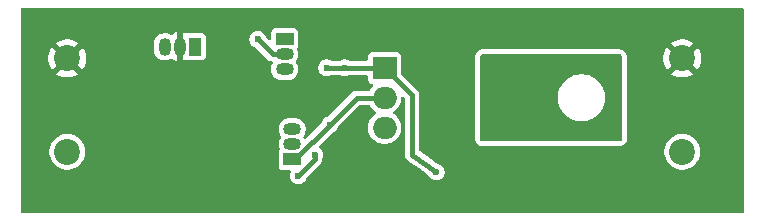
<source format=gbr>
%TF.GenerationSoftware,KiCad,Pcbnew,9.0.6*%
%TF.CreationDate,2025-11-17T11:05:33-05:00*%
%TF.ProjectId,vldo,766c646f-2e6b-4696-9361-645f70636258,0.1*%
%TF.SameCoordinates,Original*%
%TF.FileFunction,Copper,L2,Bot*%
%TF.FilePolarity,Positive*%
%FSLAX46Y46*%
G04 Gerber Fmt 4.6, Leading zero omitted, Abs format (unit mm)*
G04 Created by KiCad (PCBNEW 9.0.6) date 2025-11-17 11:05:33*
%MOMM*%
%LPD*%
G01*
G04 APERTURE LIST*
%TA.AperFunction,ComponentPad*%
%ADD10C,2.200000*%
%TD*%
%TA.AperFunction,ComponentPad*%
%ADD11R,2.000000X1.905000*%
%TD*%
%TA.AperFunction,ComponentPad*%
%ADD12O,2.000000X1.905000*%
%TD*%
%TA.AperFunction,ComponentPad*%
%ADD13R,1.050000X1.500000*%
%TD*%
%TA.AperFunction,ComponentPad*%
%ADD14O,1.050000X1.500000*%
%TD*%
%TA.AperFunction,ComponentPad*%
%ADD15R,1.500000X1.050000*%
%TD*%
%TA.AperFunction,ComponentPad*%
%ADD16O,1.500000X1.050000*%
%TD*%
%TA.AperFunction,ViaPad*%
%ADD17C,0.600000*%
%TD*%
%TA.AperFunction,Conductor*%
%ADD18C,0.406400*%
%TD*%
G04 APERTURE END LIST*
D10*
%TO.P,J2,2,Pin_2*%
%TO.N,0*%
X163830000Y-73380000D03*
%TO.P,J2,1,Pin_1*%
%TO.N,/Vout*%
X163830000Y-81280000D03*
%TD*%
%TO.P,J1,1,Pin_1*%
%TO.N,Vin*%
X111760000Y-81280000D03*
%TO.P,J1,2,Pin_2*%
%TO.N,0*%
X111760000Y-73380000D03*
%TD*%
D11*
%TO.P,M2,1,G*%
%TO.N,/M1G*%
X138634746Y-74168000D03*
D12*
%TO.P,M2,2,D*%
%TO.N,/Vout*%
X138634746Y-76708000D03*
%TO.P,M2,3,S*%
%TO.N,Vin*%
X138634746Y-79248000D03*
%TD*%
D13*
%TO.P,U4,1,VO*%
%TO.N,Vldo*%
X122555000Y-72390000D03*
D14*
%TO.P,U4,2,GND*%
%TO.N,0*%
X121285000Y-72390000D03*
%TO.P,U4,3,VI*%
%TO.N,Vin*%
X120015000Y-72390000D03*
%TD*%
D15*
%TO.P,Q1,1,C*%
%TO.N,/M1G*%
X130175000Y-71755000D03*
D16*
%TO.P,Q1,2,B*%
%TO.N,Vldo*%
X130175000Y-73025000D03*
%TO.P,Q1,3,E*%
%TO.N,/Q12E*%
X130175000Y-74295000D03*
%TD*%
D15*
%TO.P,Q2,1,C*%
%TO.N,/Vout*%
X130810000Y-81915000D03*
D16*
%TO.P,Q2,2,B*%
%TO.N,/Q2B*%
X130810000Y-80645000D03*
%TO.P,Q2,3,E*%
%TO.N,/Q12E*%
X130810000Y-79375000D03*
%TD*%
D17*
%TO.N,/M1G*%
X143002000Y-82997000D03*
%TO.N,Vldo*%
X127889000Y-71755000D03*
%TO.N,0*%
X128397000Y-73914000D03*
X154305000Y-69469000D03*
X110490000Y-69469000D03*
X160020000Y-69469000D03*
X144780000Y-69469000D03*
X126746000Y-78613000D03*
X126111000Y-74803000D03*
X118110000Y-69469000D03*
X135255000Y-69469000D03*
X140970000Y-69469000D03*
X123825000Y-69469000D03*
X167640000Y-69469000D03*
X121920000Y-69469000D03*
X131445000Y-69469000D03*
X131699000Y-73914000D03*
X116205000Y-69469000D03*
X121793000Y-79248000D03*
X124206000Y-74803000D03*
X108585000Y-69469000D03*
X134874000Y-79502000D03*
X165735000Y-69469000D03*
X164465000Y-76200000D03*
X167640000Y-71120000D03*
X148590000Y-69469000D03*
X129540000Y-69469000D03*
X156210000Y-69469000D03*
X152400000Y-69469000D03*
X162560000Y-76200000D03*
X167640000Y-74930000D03*
X160655000Y-76200000D03*
X108585000Y-76200000D03*
X161925000Y-69469000D03*
X166370000Y-76200000D03*
X150495000Y-69469000D03*
X146685000Y-69469000D03*
X132969000Y-78359000D03*
X112395000Y-69469000D03*
X112395000Y-76200000D03*
X121793000Y-75438000D03*
X114300000Y-76200000D03*
X125730000Y-69469000D03*
X120015000Y-69469000D03*
X126746000Y-76708000D03*
X137160000Y-69469000D03*
X133350000Y-69469000D03*
X114300000Y-69469000D03*
X110490000Y-76200000D03*
X127635000Y-69469000D03*
X139065000Y-69469000D03*
X163830000Y-69469000D03*
X167640000Y-73025000D03*
X116205000Y-76200000D03*
X131953000Y-78359000D03*
X116205000Y-78105000D03*
X122428000Y-83312000D03*
X158115000Y-69469000D03*
X142875000Y-69469000D03*
%TO.N,/Q2B*%
X131318000Y-83312000D03*
X132715000Y-81534000D03*
%TO.N,/Vout*%
X147955000Y-77470000D03*
X150495000Y-76200000D03*
X147955000Y-78740000D03*
X149225000Y-76200000D03*
X151765000Y-78740000D03*
X147955000Y-74930000D03*
X151765000Y-76200000D03*
X151765000Y-77470000D03*
X149225000Y-74930000D03*
X149225000Y-78740000D03*
X133992544Y-79001544D03*
X150495000Y-74930000D03*
X149225000Y-77470000D03*
X150495000Y-78740000D03*
X150495000Y-77470000D03*
X147955000Y-76200000D03*
X151765000Y-74930000D03*
%TO.N,/M1G*%
X135255000Y-74168000D03*
X133731000Y-74168000D03*
%TD*%
D18*
%TO.N,/M1G*%
X140970000Y-76503254D02*
X138634746Y-74168000D01*
X140970000Y-81534000D02*
X140970000Y-76503254D01*
X143002000Y-82997000D02*
X140970000Y-81534000D01*
%TO.N,Vldo*%
X129159000Y-73025000D02*
X130175000Y-73025000D01*
X127889000Y-71755000D02*
X129159000Y-73025000D01*
%TO.N,/Q2B*%
X132715000Y-81915000D02*
X131318000Y-83312000D01*
X132715000Y-81534000D02*
X132715000Y-81915000D01*
%TO.N,/Vout*%
X130810000Y-81915000D02*
X131079087Y-81915000D01*
X136286087Y-76708000D02*
X138634746Y-76708000D01*
X131079087Y-81915000D02*
X133992544Y-79001544D01*
X133992544Y-79001544D02*
X136286087Y-76708000D01*
%TO.N,/M1G*%
X138634746Y-74168000D02*
X135255000Y-74168000D01*
X135255000Y-74168000D02*
X133731000Y-74168000D01*
%TD*%
%TA.AperFunction,Conductor*%
%TO.N,0*%
G36*
X168986621Y-69100502D02*
G01*
X169033114Y-69154158D01*
X169044500Y-69206500D01*
X169044500Y-86368500D01*
X169024498Y-86436621D01*
X168970842Y-86483114D01*
X168918500Y-86494500D01*
X107941500Y-86494500D01*
X107873379Y-86474498D01*
X107826886Y-86420842D01*
X107815500Y-86368500D01*
X107815500Y-81161404D01*
X110253100Y-81161404D01*
X110253100Y-81398596D01*
X110285574Y-81603627D01*
X110290206Y-81632872D01*
X110351807Y-81822459D01*
X110363501Y-81858449D01*
X110471183Y-82069788D01*
X110471185Y-82069791D01*
X110610602Y-82261682D01*
X110778317Y-82429397D01*
X110778320Y-82429399D01*
X110970212Y-82568817D01*
X111181551Y-82676499D01*
X111407133Y-82749795D01*
X111641404Y-82786900D01*
X111641407Y-82786900D01*
X111878593Y-82786900D01*
X111878596Y-82786900D01*
X112112867Y-82749795D01*
X112338449Y-82676499D01*
X112549788Y-82568817D01*
X112741680Y-82429399D01*
X112909399Y-82261680D01*
X113048817Y-82069788D01*
X113156499Y-81858449D01*
X113229795Y-81632867D01*
X113266900Y-81398596D01*
X113266900Y-81161404D01*
X113229795Y-80927133D01*
X113156499Y-80701551D01*
X113048817Y-80490212D01*
X112991020Y-80410661D01*
X112909397Y-80298317D01*
X112741682Y-80130602D01*
X112549791Y-79991185D01*
X112549790Y-79991184D01*
X112549788Y-79991183D01*
X112338449Y-79883501D01*
X112338446Y-79883500D01*
X112338444Y-79883499D01*
X112112872Y-79810206D01*
X112112868Y-79810205D01*
X112112867Y-79810205D01*
X111878596Y-79773100D01*
X111641404Y-79773100D01*
X111407133Y-79810205D01*
X111407127Y-79810206D01*
X111181555Y-79883499D01*
X111181549Y-79883502D01*
X110970208Y-79991185D01*
X110778317Y-80130602D01*
X110610602Y-80298317D01*
X110471185Y-80490208D01*
X110363502Y-80701549D01*
X110363499Y-80701555D01*
X110290206Y-80927127D01*
X110290205Y-80927132D01*
X110290205Y-80927133D01*
X110253100Y-81161404D01*
X107815500Y-81161404D01*
X107815500Y-79283213D01*
X129653100Y-79283213D01*
X129653100Y-79466786D01*
X129688912Y-79646825D01*
X129759161Y-79816420D01*
X129803982Y-79883499D01*
X129841733Y-79939998D01*
X129862948Y-80007751D01*
X129844165Y-80076218D01*
X129841737Y-80079995D01*
X129777669Y-80175881D01*
X129759161Y-80203580D01*
X129688914Y-80373169D01*
X129688912Y-80373174D01*
X129653100Y-80553213D01*
X129653100Y-80736786D01*
X129688912Y-80916825D01*
X129688914Y-80916830D01*
X129736579Y-81031903D01*
X129744168Y-81102492D01*
X129729055Y-81137916D01*
X129731210Y-81139014D01*
X129726708Y-81147848D01*
X129726708Y-81147849D01*
X129668191Y-81262694D01*
X129653100Y-81357976D01*
X129653100Y-82472024D01*
X129668191Y-82567306D01*
X129668961Y-82568817D01*
X129726707Y-82682151D01*
X129817848Y-82773292D01*
X129844556Y-82786900D01*
X129932694Y-82831809D01*
X130027976Y-82846900D01*
X130556936Y-82846900D01*
X130625057Y-82866902D01*
X130671550Y-82920558D01*
X130681654Y-82990832D01*
X130673344Y-83021119D01*
X130638269Y-83105793D01*
X130638266Y-83105803D01*
X130611100Y-83242372D01*
X130611100Y-83381627D01*
X130637128Y-83512476D01*
X130638266Y-83518195D01*
X130691554Y-83646843D01*
X130768915Y-83762622D01*
X130867378Y-83861085D01*
X130983157Y-83938446D01*
X131111805Y-83991734D01*
X131248376Y-84018900D01*
X131387624Y-84018900D01*
X131524195Y-83991734D01*
X131652843Y-83938446D01*
X131768622Y-83861085D01*
X131867085Y-83762622D01*
X131944446Y-83646843D01*
X131997734Y-83518195D01*
X131997735Y-83518191D01*
X131998639Y-83515213D01*
X131999708Y-83513429D01*
X132000103Y-83512476D01*
X132000244Y-83512534D01*
X132030115Y-83462695D01*
X133188896Y-82303916D01*
X133255664Y-82203991D01*
X133301654Y-82092960D01*
X133325100Y-81975090D01*
X133325100Y-81930986D01*
X133339218Y-81874619D01*
X133339077Y-81874561D01*
X133339472Y-81873606D01*
X133339977Y-81871592D01*
X133341442Y-81868849D01*
X133341442Y-81868848D01*
X133341446Y-81868843D01*
X133394734Y-81740195D01*
X133421900Y-81603624D01*
X133421900Y-81464376D01*
X133394734Y-81327805D01*
X133341446Y-81199157D01*
X133264085Y-81083378D01*
X133165622Y-80984915D01*
X133165620Y-80984913D01*
X133165617Y-80984911D01*
X133117254Y-80952596D01*
X133071726Y-80898119D01*
X133062879Y-80827675D01*
X133093520Y-80763632D01*
X133098140Y-80758757D01*
X134143237Y-79713661D01*
X134193078Y-79683788D01*
X134193020Y-79683647D01*
X134193973Y-79683252D01*
X134195757Y-79682183D01*
X134198735Y-79681279D01*
X134198735Y-79681278D01*
X134198739Y-79681278D01*
X134327387Y-79627990D01*
X134443166Y-79550629D01*
X134541629Y-79452166D01*
X134618990Y-79336387D01*
X134672278Y-79207739D01*
X134672279Y-79207735D01*
X134673183Y-79204757D01*
X134674252Y-79202973D01*
X134674647Y-79202020D01*
X134674788Y-79202078D01*
X134704661Y-79152237D01*
X136501894Y-77355005D01*
X136564206Y-77320979D01*
X136590989Y-77318100D01*
X137295203Y-77318100D01*
X137363324Y-77338102D01*
X137407469Y-77386896D01*
X137424582Y-77420481D01*
X137550353Y-77593590D01*
X137550355Y-77593592D01*
X137550357Y-77593595D01*
X137701650Y-77744888D01*
X137701653Y-77744890D01*
X137701656Y-77744893D01*
X137844285Y-77848519D01*
X137878770Y-77873574D01*
X137878127Y-77874458D01*
X137922240Y-77923219D01*
X137933844Y-77993261D01*
X137905739Y-78058457D01*
X137878502Y-78082057D01*
X137878770Y-78082426D01*
X137701653Y-78211109D01*
X137701650Y-78211111D01*
X137550357Y-78362404D01*
X137550355Y-78362407D01*
X137424584Y-78535515D01*
X137327441Y-78726169D01*
X137327440Y-78726171D01*
X137261318Y-78929670D01*
X137261318Y-78929673D01*
X137227846Y-79141013D01*
X137227846Y-79354987D01*
X137243237Y-79452166D01*
X137261318Y-79566329D01*
X137300533Y-79687018D01*
X137327440Y-79769829D01*
X137424582Y-79960481D01*
X137550353Y-80133590D01*
X137550355Y-80133592D01*
X137550357Y-80133595D01*
X137701650Y-80284888D01*
X137701653Y-80284890D01*
X137701656Y-80284893D01*
X137874765Y-80410664D01*
X138065417Y-80507806D01*
X138268919Y-80573928D01*
X138480259Y-80607400D01*
X138480261Y-80607400D01*
X138789231Y-80607400D01*
X138789233Y-80607400D01*
X139000573Y-80573928D01*
X139204075Y-80507806D01*
X139394727Y-80410664D01*
X139567836Y-80284893D01*
X139719139Y-80133590D01*
X139844910Y-79960481D01*
X139942052Y-79769829D01*
X140008174Y-79566327D01*
X140041646Y-79354987D01*
X140041646Y-79141013D01*
X140008174Y-78929673D01*
X139942052Y-78726171D01*
X139844910Y-78535519D01*
X139719139Y-78362410D01*
X139719136Y-78362407D01*
X139719134Y-78362404D01*
X139567841Y-78211111D01*
X139567838Y-78211109D01*
X139567836Y-78211107D01*
X139394727Y-78085336D01*
X139390722Y-78082426D01*
X139391365Y-78081540D01*
X139347257Y-78032794D01*
X139335645Y-77962753D01*
X139363743Y-77897553D01*
X139390990Y-77873943D01*
X139390722Y-77873574D01*
X139410850Y-77858949D01*
X139567836Y-77744893D01*
X139719139Y-77593590D01*
X139844910Y-77420481D01*
X139942052Y-77229829D01*
X140008174Y-77026327D01*
X140041646Y-76814987D01*
X140041646Y-76741902D01*
X140047984Y-76720314D01*
X140049590Y-76697870D01*
X140057791Y-76686913D01*
X140061648Y-76673781D01*
X140078653Y-76659045D01*
X140092137Y-76641034D01*
X140104959Y-76636251D01*
X140115304Y-76627288D01*
X140137576Y-76624085D01*
X140158657Y-76616223D01*
X140172029Y-76619131D01*
X140185578Y-76617184D01*
X140206044Y-76626531D01*
X140228031Y-76631314D01*
X140246044Y-76644799D01*
X140250158Y-76646678D01*
X140256741Y-76652807D01*
X140322995Y-76719061D01*
X140357021Y-76781373D01*
X140359900Y-76808156D01*
X140359900Y-81521120D01*
X140359823Y-81525523D01*
X140358172Y-81572727D01*
X140359900Y-81583340D01*
X140359900Y-81594090D01*
X140369540Y-81642559D01*
X140369897Y-81644747D01*
X140369896Y-81644748D01*
X140377482Y-81691337D01*
X140377487Y-81691358D01*
X140377680Y-81691872D01*
X140381248Y-81701419D01*
X140383346Y-81711960D01*
X140402246Y-81757592D01*
X140403018Y-81759655D01*
X140403026Y-81759674D01*
X140419565Y-81803916D01*
X140419866Y-81804403D01*
X140429115Y-81822459D01*
X140429334Y-81822989D01*
X140429336Y-81822992D01*
X140455579Y-81862268D01*
X140455580Y-81862268D01*
X140456795Y-81864087D01*
X140482799Y-81906113D01*
X140490130Y-81913975D01*
X140496104Y-81922916D01*
X140531063Y-81957875D01*
X140564757Y-81994011D01*
X140573477Y-82000289D01*
X140580685Y-82007497D01*
X140580686Y-82007499D01*
X140581078Y-82007891D01*
X140581083Y-82007895D01*
X140620388Y-82034159D01*
X140624005Y-82036669D01*
X141520532Y-82682151D01*
X141861130Y-82927375D01*
X142326353Y-83262326D01*
X142369140Y-83316361D01*
X142375549Y-83331835D01*
X142375553Y-83331841D01*
X142375554Y-83331843D01*
X142452915Y-83447622D01*
X142551378Y-83546085D01*
X142667157Y-83623446D01*
X142795805Y-83676734D01*
X142932376Y-83703900D01*
X143071624Y-83703900D01*
X143208195Y-83676734D01*
X143336843Y-83623446D01*
X143452622Y-83546085D01*
X143551085Y-83447622D01*
X143628446Y-83331843D01*
X143681734Y-83203195D01*
X143708900Y-83066624D01*
X143708900Y-82927376D01*
X143681734Y-82790805D01*
X143628446Y-82662157D01*
X143551085Y-82546378D01*
X143452622Y-82447915D01*
X143336843Y-82370554D01*
X143208196Y-82317266D01*
X143088382Y-82293433D01*
X143039343Y-82272108D01*
X143024859Y-82261680D01*
X142565550Y-81930986D01*
X141632479Y-81259192D01*
X141628895Y-81254585D01*
X141623588Y-81252162D01*
X141607866Y-81227699D01*
X141591486Y-81208795D01*
X141590793Y-81205613D01*
X141588883Y-81203157D01*
X141587534Y-81196062D01*
X141585204Y-81192436D01*
X141580742Y-81161404D01*
X162323100Y-81161404D01*
X162323100Y-81398596D01*
X162355574Y-81603627D01*
X162360206Y-81632872D01*
X162421807Y-81822459D01*
X162433501Y-81858449D01*
X162541183Y-82069788D01*
X162541185Y-82069791D01*
X162680602Y-82261682D01*
X162848317Y-82429397D01*
X162848320Y-82429399D01*
X163040212Y-82568817D01*
X163251551Y-82676499D01*
X163477133Y-82749795D01*
X163711404Y-82786900D01*
X163711407Y-82786900D01*
X163948593Y-82786900D01*
X163948596Y-82786900D01*
X164182867Y-82749795D01*
X164408449Y-82676499D01*
X164619788Y-82568817D01*
X164811680Y-82429399D01*
X164979399Y-82261680D01*
X165118817Y-82069788D01*
X165226499Y-81858449D01*
X165299795Y-81632867D01*
X165336900Y-81398596D01*
X165336900Y-81161404D01*
X165299795Y-80927133D01*
X165226499Y-80701551D01*
X165118817Y-80490212D01*
X165061020Y-80410661D01*
X164979397Y-80298317D01*
X164811682Y-80130602D01*
X164619791Y-79991185D01*
X164619790Y-79991184D01*
X164619788Y-79991183D01*
X164408449Y-79883501D01*
X164408446Y-79883500D01*
X164408444Y-79883499D01*
X164182872Y-79810206D01*
X164182868Y-79810205D01*
X164182867Y-79810205D01*
X163948596Y-79773100D01*
X163711404Y-79773100D01*
X163477133Y-79810205D01*
X163477127Y-79810206D01*
X163251555Y-79883499D01*
X163251549Y-79883502D01*
X163040208Y-79991185D01*
X162848317Y-80130602D01*
X162680602Y-80298317D01*
X162541185Y-80490208D01*
X162433502Y-80701549D01*
X162433499Y-80701555D01*
X162360206Y-80927127D01*
X162360205Y-80927132D01*
X162360205Y-80927133D01*
X162323100Y-81161404D01*
X141580742Y-81161404D01*
X141580100Y-81156938D01*
X141580100Y-76443167D01*
X141580100Y-76443164D01*
X141577259Y-76428883D01*
X141556655Y-76325294D01*
X141510745Y-76214460D01*
X141510702Y-76214319D01*
X141443896Y-76114338D01*
X141410277Y-76080719D01*
X141358916Y-76029358D01*
X140078551Y-74748993D01*
X140044525Y-74686681D01*
X140041646Y-74659898D01*
X140041646Y-73240112D01*
X146273100Y-73240112D01*
X146273100Y-73245067D01*
X146273100Y-80175889D01*
X146276624Y-80229657D01*
X146281783Y-80268845D01*
X146287259Y-80300708D01*
X146287262Y-80300717D01*
X146333443Y-80421024D01*
X146372624Y-80488889D01*
X146372628Y-80488895D01*
X146438079Y-80574192D01*
X146438098Y-80574213D01*
X146501772Y-80637887D01*
X146501786Y-80637900D01*
X146501799Y-80637913D01*
X146537280Y-80669029D01*
X146542318Y-80673448D01*
X146573658Y-80697495D01*
X146573665Y-80697500D01*
X146600074Y-80716164D01*
X146717803Y-80768581D01*
X146793503Y-80788865D01*
X146900112Y-80802900D01*
X146900120Y-80802900D01*
X158534890Y-80802900D01*
X158542432Y-80802405D01*
X158588654Y-80799376D01*
X158627839Y-80794217D01*
X158659710Y-80788740D01*
X158780022Y-80742558D01*
X158847893Y-80703373D01*
X158933201Y-80637913D01*
X158996913Y-80574201D01*
X159032440Y-80533691D01*
X159056500Y-80502335D01*
X159075176Y-80475907D01*
X159093048Y-80435757D01*
X159101545Y-80421044D01*
X159136581Y-80342357D01*
X159143456Y-80298947D01*
X159147864Y-80282499D01*
X159161900Y-80175888D01*
X159161900Y-73253451D01*
X162222000Y-73253451D01*
X162222000Y-73506548D01*
X162261596Y-73756546D01*
X162339806Y-73997253D01*
X162339809Y-73997259D01*
X162454717Y-74222779D01*
X162527639Y-74323148D01*
X162527641Y-74323148D01*
X163037256Y-73813533D01*
X163130924Y-73953717D01*
X163256283Y-74079076D01*
X163396465Y-74172742D01*
X162886850Y-74682357D01*
X162886850Y-74682359D01*
X162987220Y-74755282D01*
X163212740Y-74870190D01*
X163212746Y-74870193D01*
X163453454Y-74948403D01*
X163453451Y-74948403D01*
X163703451Y-74988000D01*
X163956549Y-74988000D01*
X164206546Y-74948403D01*
X164447253Y-74870193D01*
X164447259Y-74870190D01*
X164672775Y-74755284D01*
X164773148Y-74682358D01*
X164773148Y-74682357D01*
X164263534Y-74172743D01*
X164403717Y-74079076D01*
X164529076Y-73953717D01*
X164622743Y-73813534D01*
X165132357Y-74323148D01*
X165132358Y-74323148D01*
X165205284Y-74222775D01*
X165320190Y-73997259D01*
X165320193Y-73997253D01*
X165398403Y-73756546D01*
X165438000Y-73506548D01*
X165438000Y-73253451D01*
X165398403Y-73003453D01*
X165320193Y-72762746D01*
X165320190Y-72762740D01*
X165205282Y-72537220D01*
X165132359Y-72436850D01*
X165132357Y-72436850D01*
X164622742Y-72946465D01*
X164529076Y-72806283D01*
X164403717Y-72680924D01*
X164263533Y-72587256D01*
X164773148Y-72077641D01*
X164773148Y-72077639D01*
X164672779Y-72004717D01*
X164447259Y-71889809D01*
X164447253Y-71889806D01*
X164206545Y-71811596D01*
X164206548Y-71811596D01*
X163956549Y-71772000D01*
X163703451Y-71772000D01*
X163453453Y-71811596D01*
X163212746Y-71889806D01*
X163212740Y-71889809D01*
X162987225Y-72004714D01*
X162987224Y-72004715D01*
X162886850Y-72077640D01*
X162886850Y-72077641D01*
X163396465Y-72587256D01*
X163256283Y-72680924D01*
X163130924Y-72806283D01*
X163037256Y-72946465D01*
X162527641Y-72436850D01*
X162527640Y-72436850D01*
X162454715Y-72537224D01*
X162454714Y-72537225D01*
X162339809Y-72762740D01*
X162339806Y-72762746D01*
X162261596Y-73003453D01*
X162222000Y-73253451D01*
X159161900Y-73253451D01*
X159161900Y-73240112D01*
X159158376Y-73186346D01*
X159153217Y-73147161D01*
X159147740Y-73115290D01*
X159101558Y-72994978D01*
X159062373Y-72927107D01*
X159052062Y-72913669D01*
X158996920Y-72841807D01*
X158996901Y-72841786D01*
X158933227Y-72778112D01*
X158933212Y-72778098D01*
X158933201Y-72778087D01*
X158892691Y-72742560D01*
X158892681Y-72742551D01*
X158861341Y-72718504D01*
X158844757Y-72706784D01*
X158834926Y-72699836D01*
X158813003Y-72690075D01*
X158717200Y-72647420D01*
X158717198Y-72647419D01*
X158717197Y-72647419D01*
X158641497Y-72627135D01*
X158641492Y-72627134D01*
X158641487Y-72627133D01*
X158534892Y-72613100D01*
X158534888Y-72613100D01*
X146900112Y-72613100D01*
X146900110Y-72613100D01*
X146846342Y-72616624D01*
X146807154Y-72621783D01*
X146775291Y-72627259D01*
X146775282Y-72627262D01*
X146654975Y-72673443D01*
X146587110Y-72712624D01*
X146587104Y-72712628D01*
X146501807Y-72778079D01*
X146501786Y-72778098D01*
X146438112Y-72841772D01*
X146438085Y-72841801D01*
X146402551Y-72882318D01*
X146378496Y-72913669D01*
X146359841Y-72940065D01*
X146359836Y-72940073D01*
X146344643Y-72974196D01*
X146338662Y-72985934D01*
X146333446Y-72994969D01*
X146333433Y-72994994D01*
X146298419Y-73073639D01*
X146298419Y-73073640D01*
X146298419Y-73073643D01*
X146291543Y-73117053D01*
X146287135Y-73133506D01*
X146273100Y-73240112D01*
X140041646Y-73240112D01*
X140041646Y-73183479D01*
X140039832Y-73172024D01*
X140026555Y-73088194D01*
X139979054Y-72994969D01*
X139968038Y-72973348D01*
X139876897Y-72882207D01*
X139797606Y-72841807D01*
X139762052Y-72823691D01*
X139666770Y-72808600D01*
X137602722Y-72808600D01*
X137507440Y-72823691D01*
X137507438Y-72823691D01*
X137507438Y-72823692D01*
X137392594Y-72882207D01*
X137301453Y-72973348D01*
X137250351Y-73073643D01*
X137242937Y-73088194D01*
X137229660Y-73172024D01*
X137227846Y-73183479D01*
X137227846Y-73431900D01*
X137207844Y-73500021D01*
X137154188Y-73546514D01*
X137101846Y-73557900D01*
X135651986Y-73557900D01*
X135595619Y-73543781D01*
X135595561Y-73543923D01*
X135594606Y-73543527D01*
X135592592Y-73543023D01*
X135589849Y-73541557D01*
X135589845Y-73541555D01*
X135589843Y-73541554D01*
X135461196Y-73488266D01*
X135324627Y-73461100D01*
X135324624Y-73461100D01*
X135185376Y-73461100D01*
X135185372Y-73461100D01*
X135048803Y-73488266D01*
X135048802Y-73488267D01*
X134920150Y-73541557D01*
X134917408Y-73543023D01*
X134915393Y-73543527D01*
X134914439Y-73543923D01*
X134914380Y-73543781D01*
X134858014Y-73557900D01*
X134127986Y-73557900D01*
X134071619Y-73543781D01*
X134071561Y-73543923D01*
X134070606Y-73543527D01*
X134068592Y-73543023D01*
X134065849Y-73541557D01*
X134065845Y-73541555D01*
X134065843Y-73541554D01*
X133937196Y-73488266D01*
X133800627Y-73461100D01*
X133800624Y-73461100D01*
X133661376Y-73461100D01*
X133661372Y-73461100D01*
X133524803Y-73488266D01*
X133524802Y-73488267D01*
X133469715Y-73511085D01*
X133419684Y-73531809D01*
X133396155Y-73541555D01*
X133280382Y-73618912D01*
X133280375Y-73618917D01*
X133181917Y-73717375D01*
X133181912Y-73717382D01*
X133122458Y-73806362D01*
X133104554Y-73833157D01*
X133082483Y-73886440D01*
X133051267Y-73961802D01*
X133051266Y-73961803D01*
X133024100Y-74098372D01*
X133024100Y-74237627D01*
X133032529Y-74280000D01*
X133051266Y-74374195D01*
X133104554Y-74502843D01*
X133181915Y-74618622D01*
X133280378Y-74717085D01*
X133396157Y-74794446D01*
X133524805Y-74847734D01*
X133661376Y-74874900D01*
X133800624Y-74874900D01*
X133937195Y-74847734D01*
X134065843Y-74794446D01*
X134065849Y-74794442D01*
X134068592Y-74792977D01*
X134070606Y-74792472D01*
X134071561Y-74792077D01*
X134071619Y-74792218D01*
X134127986Y-74778100D01*
X134858014Y-74778100D01*
X134914380Y-74792218D01*
X134914439Y-74792077D01*
X134915393Y-74792472D01*
X134917408Y-74792977D01*
X134920150Y-74794442D01*
X134920152Y-74794443D01*
X134920157Y-74794446D01*
X135048805Y-74847734D01*
X135185376Y-74874900D01*
X135324624Y-74874900D01*
X135461195Y-74847734D01*
X135589843Y-74794446D01*
X135589849Y-74794442D01*
X135592592Y-74792977D01*
X135594606Y-74792472D01*
X135595561Y-74792077D01*
X135595619Y-74792218D01*
X135651986Y-74778100D01*
X137101846Y-74778100D01*
X137169967Y-74798102D01*
X137216460Y-74851758D01*
X137227846Y-74904100D01*
X137227846Y-75152524D01*
X137242937Y-75247806D01*
X137242938Y-75247807D01*
X137301453Y-75362651D01*
X137392594Y-75453792D01*
X137431854Y-75473795D01*
X137507440Y-75512309D01*
X137567943Y-75521891D01*
X137632095Y-75552304D01*
X137669622Y-75612572D01*
X137668608Y-75683561D01*
X137637327Y-75735435D01*
X137550353Y-75822409D01*
X137424582Y-75995518D01*
X137407469Y-76029104D01*
X137358720Y-76080719D01*
X137295203Y-76097900D01*
X136225994Y-76097900D01*
X136108126Y-76121346D01*
X136108121Y-76121348D01*
X135997095Y-76167336D01*
X135926865Y-76214263D01*
X135897171Y-76234103D01*
X135897165Y-76234108D01*
X133841846Y-78289427D01*
X133792007Y-78319300D01*
X133792066Y-78319442D01*
X133791113Y-78319836D01*
X133789331Y-78320905D01*
X133786352Y-78321808D01*
X133657701Y-78375098D01*
X133541926Y-78452456D01*
X133541919Y-78452461D01*
X133443461Y-78550919D01*
X133443456Y-78550926D01*
X133366098Y-78666701D01*
X133312808Y-78795352D01*
X133311905Y-78798331D01*
X133310836Y-78800113D01*
X133310442Y-78801066D01*
X133310300Y-78801007D01*
X133280427Y-78850846D01*
X131996180Y-80135093D01*
X131977393Y-80145351D01*
X131961467Y-80159658D01*
X131946858Y-80162025D01*
X131933868Y-80169119D01*
X131912513Y-80167591D01*
X131891384Y-80171016D01*
X131877815Y-80165109D01*
X131863053Y-80164054D01*
X131845914Y-80151224D01*
X131826287Y-80142681D01*
X131809420Y-80123904D01*
X131806217Y-80121507D01*
X131802330Y-80116014D01*
X131778265Y-80079999D01*
X131757051Y-80012251D01*
X131775833Y-79943784D01*
X131778236Y-79940044D01*
X131860839Y-79816420D01*
X131931088Y-79646825D01*
X131966900Y-79466784D01*
X131966900Y-79283216D01*
X131931088Y-79103175D01*
X131860839Y-78933580D01*
X131758854Y-78780948D01*
X131629052Y-78651146D01*
X131476420Y-78549161D01*
X131306825Y-78478912D01*
X131126786Y-78443100D01*
X131126784Y-78443100D01*
X130493216Y-78443100D01*
X130493213Y-78443100D01*
X130313174Y-78478912D01*
X130313169Y-78478914D01*
X130143580Y-78549161D01*
X129990949Y-78651145D01*
X129990943Y-78651150D01*
X129861150Y-78780943D01*
X129861145Y-78780949D01*
X129759161Y-78933580D01*
X129688914Y-79103169D01*
X129688912Y-79103174D01*
X129653100Y-79283213D01*
X107815500Y-79283213D01*
X107815500Y-73253451D01*
X110152000Y-73253451D01*
X110152000Y-73506548D01*
X110191596Y-73756546D01*
X110269806Y-73997253D01*
X110269809Y-73997259D01*
X110384717Y-74222779D01*
X110457639Y-74323148D01*
X110457641Y-74323148D01*
X110967256Y-73813533D01*
X111060924Y-73953717D01*
X111186283Y-74079076D01*
X111326465Y-74172742D01*
X110816850Y-74682357D01*
X110816850Y-74682359D01*
X110917220Y-74755282D01*
X111142740Y-74870190D01*
X111142746Y-74870193D01*
X111383454Y-74948403D01*
X111383451Y-74948403D01*
X111633451Y-74988000D01*
X111886549Y-74988000D01*
X112136546Y-74948403D01*
X112377253Y-74870193D01*
X112377259Y-74870190D01*
X112602775Y-74755284D01*
X112703148Y-74682358D01*
X112703148Y-74682357D01*
X112193534Y-74172743D01*
X112333717Y-74079076D01*
X112459076Y-73953717D01*
X112552743Y-73813534D01*
X113062357Y-74323148D01*
X113062358Y-74323148D01*
X113135284Y-74222775D01*
X113250190Y-73997259D01*
X113250193Y-73997253D01*
X113328403Y-73756546D01*
X113368000Y-73506548D01*
X113368000Y-73253451D01*
X113328403Y-73003453D01*
X113250193Y-72762746D01*
X113250190Y-72762740D01*
X113135282Y-72537220D01*
X113062359Y-72436850D01*
X113062357Y-72436850D01*
X112552742Y-72946465D01*
X112459076Y-72806283D01*
X112333717Y-72680924D01*
X112193533Y-72587256D01*
X112703148Y-72077641D01*
X112703148Y-72077639D01*
X112697056Y-72073213D01*
X119083100Y-72073213D01*
X119083100Y-72706786D01*
X119097281Y-72778079D01*
X119118912Y-72886825D01*
X119189161Y-73056420D01*
X119291146Y-73209052D01*
X119420948Y-73338854D01*
X119573580Y-73440839D01*
X119743175Y-73511088D01*
X119923216Y-73546900D01*
X119923217Y-73546900D01*
X120106783Y-73546900D01*
X120106784Y-73546900D01*
X120286825Y-73511088D01*
X120456420Y-73440839D01*
X120489012Y-73419061D01*
X120556761Y-73397847D01*
X120625228Y-73416629D01*
X120629014Y-73419062D01*
X120795691Y-73530432D01*
X120983683Y-73608301D01*
X120983690Y-73608303D01*
X121030999Y-73617713D01*
X121031000Y-73617713D01*
X121031000Y-72666330D01*
X121054745Y-72690075D01*
X121140255Y-72739444D01*
X121235630Y-72765000D01*
X121334370Y-72765000D01*
X121429745Y-72739444D01*
X121515255Y-72690075D01*
X121539000Y-72666330D01*
X121539000Y-73617713D01*
X121586309Y-73608303D01*
X121586316Y-73608301D01*
X121774307Y-73530433D01*
X121777642Y-73528651D01*
X121779590Y-73528245D01*
X121780028Y-73528064D01*
X121780062Y-73528146D01*
X121847147Y-73514177D01*
X121894247Y-73527505D01*
X121902694Y-73531809D01*
X121997976Y-73546900D01*
X121997979Y-73546900D01*
X123112021Y-73546900D01*
X123112024Y-73546900D01*
X123207306Y-73531809D01*
X123322151Y-73473292D01*
X123413292Y-73382151D01*
X123471809Y-73267306D01*
X123486900Y-73172024D01*
X123486900Y-71685372D01*
X127182100Y-71685372D01*
X127182100Y-71824627D01*
X127209266Y-71961195D01*
X127262554Y-72089843D01*
X127339915Y-72205622D01*
X127438378Y-72304085D01*
X127554157Y-72381446D01*
X127682805Y-72434734D01*
X127682811Y-72434735D01*
X127685773Y-72435634D01*
X127687553Y-72436700D01*
X127688524Y-72437103D01*
X127688464Y-72437246D01*
X127738305Y-72467117D01*
X128685104Y-73413916D01*
X128770084Y-73498896D01*
X128870009Y-73565664D01*
X128883244Y-73571146D01*
X128981040Y-73611655D01*
X129071747Y-73629697D01*
X129078205Y-73631721D01*
X129102315Y-73647839D01*
X129128016Y-73661283D01*
X129131453Y-73667319D01*
X129137227Y-73671179D01*
X129148795Y-73697774D01*
X129163148Y-73722978D01*
X129162776Y-73729913D01*
X129165547Y-73736283D01*
X129160900Y-73764913D01*
X129159348Y-73793873D01*
X129154689Y-73803179D01*
X129154173Y-73806362D01*
X129151742Y-73809066D01*
X129145291Y-73821955D01*
X129124162Y-73853576D01*
X129124161Y-73853579D01*
X129053914Y-74023169D01*
X129053912Y-74023174D01*
X129018100Y-74203213D01*
X129018100Y-74386786D01*
X129053912Y-74566825D01*
X129124161Y-74736420D01*
X129226146Y-74889052D01*
X129355948Y-75018854D01*
X129508580Y-75120839D01*
X129678175Y-75191088D01*
X129858216Y-75226900D01*
X129858217Y-75226900D01*
X130491783Y-75226900D01*
X130491784Y-75226900D01*
X130671825Y-75191088D01*
X130841420Y-75120839D01*
X130994052Y-75018854D01*
X131123854Y-74889052D01*
X131225839Y-74736420D01*
X131296088Y-74566825D01*
X131331900Y-74386784D01*
X131331900Y-74203216D01*
X131296088Y-74023175D01*
X131225839Y-73853580D01*
X131143264Y-73729998D01*
X131122051Y-73662249D01*
X131140834Y-73593782D01*
X131143236Y-73590044D01*
X131225839Y-73466420D01*
X131296088Y-73296825D01*
X131331900Y-73116784D01*
X131331900Y-72933216D01*
X131296088Y-72753175D01*
X131248419Y-72638094D01*
X131240831Y-72567507D01*
X131255959Y-72532092D01*
X131253790Y-72530987D01*
X131286333Y-72467117D01*
X131316809Y-72407306D01*
X131331900Y-72312024D01*
X131331900Y-71197976D01*
X131316809Y-71102694D01*
X131278295Y-71027108D01*
X131258292Y-70987848D01*
X131167151Y-70896707D01*
X131090098Y-70857447D01*
X131052306Y-70838191D01*
X130957024Y-70823100D01*
X129392976Y-70823100D01*
X129297694Y-70838191D01*
X129297692Y-70838191D01*
X129297692Y-70838192D01*
X129182848Y-70896707D01*
X129091707Y-70987848D01*
X129061008Y-71048100D01*
X129033191Y-71102694D01*
X129022262Y-71171699D01*
X129018100Y-71197979D01*
X129018100Y-71717098D01*
X128998098Y-71785219D01*
X128944442Y-71831712D01*
X128874168Y-71841816D01*
X128809588Y-71812322D01*
X128803005Y-71806193D01*
X128601117Y-71604305D01*
X128571246Y-71554464D01*
X128571103Y-71554524D01*
X128570700Y-71553553D01*
X128569634Y-71551773D01*
X128568735Y-71548811D01*
X128568734Y-71548805D01*
X128515446Y-71420157D01*
X128438085Y-71304378D01*
X128339622Y-71205915D01*
X128223843Y-71128554D01*
X128095196Y-71075266D01*
X127958627Y-71048100D01*
X127958624Y-71048100D01*
X127819376Y-71048100D01*
X127819372Y-71048100D01*
X127682803Y-71075266D01*
X127682802Y-71075267D01*
X127554155Y-71128555D01*
X127438382Y-71205912D01*
X127438375Y-71205917D01*
X127339917Y-71304375D01*
X127339912Y-71304382D01*
X127277460Y-71397849D01*
X127262554Y-71420157D01*
X127253860Y-71441146D01*
X127209267Y-71548802D01*
X127209266Y-71548803D01*
X127182100Y-71685372D01*
X123486900Y-71685372D01*
X123486900Y-71607976D01*
X123471809Y-71512694D01*
X123424658Y-71420155D01*
X123413292Y-71397848D01*
X123322151Y-71306707D01*
X123241469Y-71265598D01*
X123207306Y-71248191D01*
X123112024Y-71233100D01*
X121997976Y-71233100D01*
X121977517Y-71236340D01*
X121902693Y-71248190D01*
X121894239Y-71252498D01*
X121824461Y-71265598D01*
X121777652Y-71251353D01*
X121774315Y-71249569D01*
X121586318Y-71171699D01*
X121586315Y-71171698D01*
X121539000Y-71162286D01*
X121539000Y-72113670D01*
X121515255Y-72089925D01*
X121429745Y-72040556D01*
X121334370Y-72015000D01*
X121235630Y-72015000D01*
X121140255Y-72040556D01*
X121054745Y-72089925D01*
X121031000Y-72113670D01*
X121031000Y-71162286D01*
X121030999Y-71162286D01*
X120983684Y-71171698D01*
X120983681Y-71171699D01*
X120795690Y-71249567D01*
X120629014Y-71360937D01*
X120561261Y-71382152D01*
X120492794Y-71363369D01*
X120489010Y-71360937D01*
X120456420Y-71339161D01*
X120286825Y-71268912D01*
X120270164Y-71265598D01*
X120106786Y-71233100D01*
X120106784Y-71233100D01*
X119923216Y-71233100D01*
X119923213Y-71233100D01*
X119743174Y-71268912D01*
X119743169Y-71268914D01*
X119573580Y-71339161D01*
X119420949Y-71441145D01*
X119420943Y-71441150D01*
X119291150Y-71570943D01*
X119291145Y-71570949D01*
X119189161Y-71723580D01*
X119118914Y-71893169D01*
X119118912Y-71893174D01*
X119083100Y-72073213D01*
X112697056Y-72073213D01*
X112602779Y-72004717D01*
X112377259Y-71889809D01*
X112377253Y-71889806D01*
X112136545Y-71811596D01*
X112136548Y-71811596D01*
X111886549Y-71772000D01*
X111633451Y-71772000D01*
X111383453Y-71811596D01*
X111142746Y-71889806D01*
X111142740Y-71889809D01*
X110917225Y-72004714D01*
X110917224Y-72004715D01*
X110816850Y-72077640D01*
X110816850Y-72077641D01*
X111326465Y-72587256D01*
X111186283Y-72680924D01*
X111060924Y-72806283D01*
X110967256Y-72946465D01*
X110457641Y-72436850D01*
X110457640Y-72436850D01*
X110384715Y-72537224D01*
X110384714Y-72537225D01*
X110269809Y-72762740D01*
X110269806Y-72762746D01*
X110191596Y-73003453D01*
X110152000Y-73253451D01*
X107815500Y-73253451D01*
X107815500Y-69206500D01*
X107835502Y-69138379D01*
X107889158Y-69091886D01*
X107941500Y-69080500D01*
X168918500Y-69080500D01*
X168986621Y-69100502D01*
G37*
%TD.AperFunction*%
%TD*%
%TA.AperFunction,Conductor*%
%TO.N,/Vout*%
G36*
X158610588Y-73045284D02*
G01*
X158641944Y-73069344D01*
X158705656Y-73133056D01*
X158744841Y-73200927D01*
X158750000Y-73240112D01*
X158750000Y-80175888D01*
X158744841Y-80195141D01*
X158744841Y-80215073D01*
X158734874Y-80232334D01*
X158729716Y-80251588D01*
X158705656Y-80282944D01*
X158641944Y-80346656D01*
X158574073Y-80385841D01*
X158534888Y-80391000D01*
X146900112Y-80391000D01*
X146824412Y-80370716D01*
X146793056Y-80346656D01*
X146729344Y-80282944D01*
X146690159Y-80215073D01*
X146685000Y-80175888D01*
X146685000Y-76576879D01*
X153294246Y-76576879D01*
X153294246Y-76839120D01*
X153328476Y-77099118D01*
X153396347Y-77352415D01*
X153396351Y-77352427D01*
X153496698Y-77594688D01*
X153496705Y-77594702D01*
X153627823Y-77821805D01*
X153627826Y-77821809D01*
X153787463Y-78029850D01*
X153972895Y-78215282D01*
X154180936Y-78374919D01*
X154180940Y-78374922D01*
X154408043Y-78506040D01*
X154408057Y-78506047D01*
X154581541Y-78577906D01*
X154650327Y-78606398D01*
X154903630Y-78674270D01*
X155163626Y-78708500D01*
X155425866Y-78708500D01*
X155685862Y-78674270D01*
X155939165Y-78606398D01*
X156112657Y-78534534D01*
X156181434Y-78506047D01*
X156181437Y-78506045D01*
X156181443Y-78506043D01*
X156408549Y-78374924D01*
X156616597Y-78215282D01*
X156802028Y-78029851D01*
X156961670Y-77821803D01*
X157092789Y-77594697D01*
X157193144Y-77352419D01*
X157261016Y-77099116D01*
X157295246Y-76839120D01*
X157295246Y-76576880D01*
X157261016Y-76316884D01*
X157193144Y-76063581D01*
X157164652Y-75994795D01*
X157092793Y-75821311D01*
X157092786Y-75821297D01*
X156961668Y-75594194D01*
X156961665Y-75594190D01*
X156802028Y-75386149D01*
X156616596Y-75200717D01*
X156408555Y-75041080D01*
X156408551Y-75041077D01*
X156181448Y-74909959D01*
X156181434Y-74909952D01*
X155939173Y-74809605D01*
X155939169Y-74809603D01*
X155939165Y-74809602D01*
X155909236Y-74801582D01*
X155685864Y-74741730D01*
X155425866Y-74707500D01*
X155163626Y-74707500D01*
X154903627Y-74741730D01*
X154650330Y-74809601D01*
X154650318Y-74809605D01*
X154408057Y-74909952D01*
X154408043Y-74909959D01*
X154180940Y-75041077D01*
X154180936Y-75041080D01*
X153972895Y-75200717D01*
X153787463Y-75386149D01*
X153627826Y-75594190D01*
X153627823Y-75594194D01*
X153496705Y-75821297D01*
X153496698Y-75821311D01*
X153396351Y-76063572D01*
X153396347Y-76063584D01*
X153328476Y-76316881D01*
X153294246Y-76576879D01*
X146685000Y-76576879D01*
X146685000Y-73240112D01*
X146690159Y-73220858D01*
X146690159Y-73200927D01*
X146700125Y-73183665D01*
X146705284Y-73164412D01*
X146729344Y-73133056D01*
X146793056Y-73069344D01*
X146860927Y-73030159D01*
X146900112Y-73025000D01*
X158534888Y-73025000D01*
X158610588Y-73045284D01*
G37*
%TD.AperFunction*%
%TD*%
M02*

</source>
